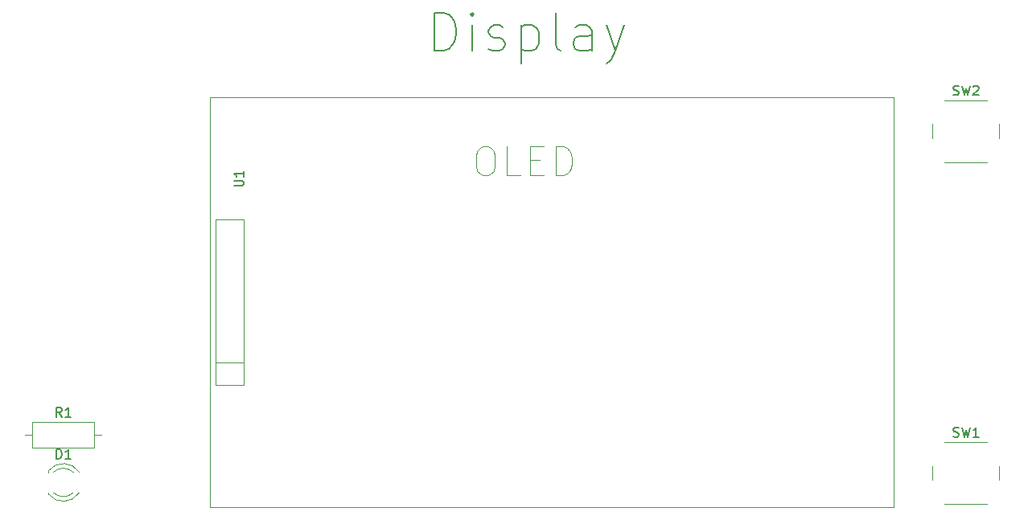
<source format=gbr>
%TF.GenerationSoftware,KiCad,Pcbnew,9.0.3*%
%TF.CreationDate,2025-08-15T10:31:11+02:00*%
%TF.ProjectId,Displaypanel,44697370-6c61-4797-9061-6e656c2e6b69,rev?*%
%TF.SameCoordinates,Original*%
%TF.FileFunction,Legend,Top*%
%TF.FilePolarity,Positive*%
%FSLAX46Y46*%
G04 Gerber Fmt 4.6, Leading zero omitted, Abs format (unit mm)*
G04 Created by KiCad (PCBNEW 9.0.3) date 2025-08-15 10:31:11*
%MOMM*%
%LPD*%
G01*
G04 APERTURE LIST*
%ADD10C,0.150000*%
%ADD11C,0.100000*%
%ADD12C,0.120000*%
G04 APERTURE END LIST*
D10*
X135051064Y-66502676D02*
X135051064Y-62502676D01*
X135051064Y-62502676D02*
X136003445Y-62502676D01*
X136003445Y-62502676D02*
X136574874Y-62693152D01*
X136574874Y-62693152D02*
X136955826Y-63074104D01*
X136955826Y-63074104D02*
X137146303Y-63455057D01*
X137146303Y-63455057D02*
X137336779Y-64216961D01*
X137336779Y-64216961D02*
X137336779Y-64788390D01*
X137336779Y-64788390D02*
X137146303Y-65550295D01*
X137146303Y-65550295D02*
X136955826Y-65931247D01*
X136955826Y-65931247D02*
X136574874Y-66312200D01*
X136574874Y-66312200D02*
X136003445Y-66502676D01*
X136003445Y-66502676D02*
X135051064Y-66502676D01*
X139051064Y-66502676D02*
X139051064Y-63836009D01*
X139051064Y-62502676D02*
X138860588Y-62693152D01*
X138860588Y-62693152D02*
X139051064Y-62883628D01*
X139051064Y-62883628D02*
X139241541Y-62693152D01*
X139241541Y-62693152D02*
X139051064Y-62502676D01*
X139051064Y-62502676D02*
X139051064Y-62883628D01*
X140765350Y-66312200D02*
X141146303Y-66502676D01*
X141146303Y-66502676D02*
X141908207Y-66502676D01*
X141908207Y-66502676D02*
X142289160Y-66312200D01*
X142289160Y-66312200D02*
X142479636Y-65931247D01*
X142479636Y-65931247D02*
X142479636Y-65740771D01*
X142479636Y-65740771D02*
X142289160Y-65359819D01*
X142289160Y-65359819D02*
X141908207Y-65169342D01*
X141908207Y-65169342D02*
X141336779Y-65169342D01*
X141336779Y-65169342D02*
X140955826Y-64978866D01*
X140955826Y-64978866D02*
X140765350Y-64597914D01*
X140765350Y-64597914D02*
X140765350Y-64407438D01*
X140765350Y-64407438D02*
X140955826Y-64026485D01*
X140955826Y-64026485D02*
X141336779Y-63836009D01*
X141336779Y-63836009D02*
X141908207Y-63836009D01*
X141908207Y-63836009D02*
X142289160Y-64026485D01*
X144193921Y-63836009D02*
X144193921Y-67836009D01*
X144193921Y-64026485D02*
X144574874Y-63836009D01*
X144574874Y-63836009D02*
X145336779Y-63836009D01*
X145336779Y-63836009D02*
X145717731Y-64026485D01*
X145717731Y-64026485D02*
X145908207Y-64216961D01*
X145908207Y-64216961D02*
X146098683Y-64597914D01*
X146098683Y-64597914D02*
X146098683Y-65740771D01*
X146098683Y-65740771D02*
X145908207Y-66121723D01*
X145908207Y-66121723D02*
X145717731Y-66312200D01*
X145717731Y-66312200D02*
X145336779Y-66502676D01*
X145336779Y-66502676D02*
X144574874Y-66502676D01*
X144574874Y-66502676D02*
X144193921Y-66312200D01*
X148384398Y-66502676D02*
X148003446Y-66312200D01*
X148003446Y-66312200D02*
X147812969Y-65931247D01*
X147812969Y-65931247D02*
X147812969Y-62502676D01*
X151622493Y-66502676D02*
X151622493Y-64407438D01*
X151622493Y-64407438D02*
X151432017Y-64026485D01*
X151432017Y-64026485D02*
X151051065Y-63836009D01*
X151051065Y-63836009D02*
X150289160Y-63836009D01*
X150289160Y-63836009D02*
X149908207Y-64026485D01*
X151622493Y-66312200D02*
X151241541Y-66502676D01*
X151241541Y-66502676D02*
X150289160Y-66502676D01*
X150289160Y-66502676D02*
X149908207Y-66312200D01*
X149908207Y-66312200D02*
X149717731Y-65931247D01*
X149717731Y-65931247D02*
X149717731Y-65550295D01*
X149717731Y-65550295D02*
X149908207Y-65169342D01*
X149908207Y-65169342D02*
X150289160Y-64978866D01*
X150289160Y-64978866D02*
X151241541Y-64978866D01*
X151241541Y-64978866D02*
X151622493Y-64788390D01*
X153146303Y-63836009D02*
X154098684Y-66502676D01*
X155051065Y-63836009D02*
X154098684Y-66502676D01*
X154098684Y-66502676D02*
X153717732Y-67455057D01*
X153717732Y-67455057D02*
X153527255Y-67645533D01*
X153527255Y-67645533D02*
X153146303Y-67836009D01*
X113944819Y-80761904D02*
X114754342Y-80761904D01*
X114754342Y-80761904D02*
X114849580Y-80714285D01*
X114849580Y-80714285D02*
X114897200Y-80666666D01*
X114897200Y-80666666D02*
X114944819Y-80571428D01*
X114944819Y-80571428D02*
X114944819Y-80380952D01*
X114944819Y-80380952D02*
X114897200Y-80285714D01*
X114897200Y-80285714D02*
X114849580Y-80238095D01*
X114849580Y-80238095D02*
X114754342Y-80190476D01*
X114754342Y-80190476D02*
X113944819Y-80190476D01*
X114944819Y-79190476D02*
X114944819Y-79761904D01*
X114944819Y-79476190D02*
X113944819Y-79476190D01*
X113944819Y-79476190D02*
X114087676Y-79571428D01*
X114087676Y-79571428D02*
X114182914Y-79666666D01*
X114182914Y-79666666D02*
X114230533Y-79761904D01*
D11*
X140141503Y-76627657D02*
X140712931Y-76627657D01*
X140712931Y-76627657D02*
X140998646Y-76770514D01*
X140998646Y-76770514D02*
X141284360Y-77056228D01*
X141284360Y-77056228D02*
X141427217Y-77627657D01*
X141427217Y-77627657D02*
X141427217Y-78627657D01*
X141427217Y-78627657D02*
X141284360Y-79199085D01*
X141284360Y-79199085D02*
X140998646Y-79484800D01*
X140998646Y-79484800D02*
X140712931Y-79627657D01*
X140712931Y-79627657D02*
X140141503Y-79627657D01*
X140141503Y-79627657D02*
X139855789Y-79484800D01*
X139855789Y-79484800D02*
X139570074Y-79199085D01*
X139570074Y-79199085D02*
X139427217Y-78627657D01*
X139427217Y-78627657D02*
X139427217Y-77627657D01*
X139427217Y-77627657D02*
X139570074Y-77056228D01*
X139570074Y-77056228D02*
X139855789Y-76770514D01*
X139855789Y-76770514D02*
X140141503Y-76627657D01*
X144141503Y-79627657D02*
X142712931Y-79627657D01*
X142712931Y-79627657D02*
X142712931Y-76627657D01*
X145141502Y-78056228D02*
X146141502Y-78056228D01*
X146570074Y-79627657D02*
X145141502Y-79627657D01*
X145141502Y-79627657D02*
X145141502Y-76627657D01*
X145141502Y-76627657D02*
X146570074Y-76627657D01*
X147855788Y-79627657D02*
X147855788Y-76627657D01*
X147855788Y-76627657D02*
X148570074Y-76627657D01*
X148570074Y-76627657D02*
X148998645Y-76770514D01*
X148998645Y-76770514D02*
X149284360Y-77056228D01*
X149284360Y-77056228D02*
X149427217Y-77341942D01*
X149427217Y-77341942D02*
X149570074Y-77913371D01*
X149570074Y-77913371D02*
X149570074Y-78341942D01*
X149570074Y-78341942D02*
X149427217Y-78913371D01*
X149427217Y-78913371D02*
X149284360Y-79199085D01*
X149284360Y-79199085D02*
X148998645Y-79484800D01*
X148998645Y-79484800D02*
X148570074Y-79627657D01*
X148570074Y-79627657D02*
X147855788Y-79627657D01*
D10*
X95261905Y-109494819D02*
X95261905Y-108494819D01*
X95261905Y-108494819D02*
X95500000Y-108494819D01*
X95500000Y-108494819D02*
X95642857Y-108542438D01*
X95642857Y-108542438D02*
X95738095Y-108637676D01*
X95738095Y-108637676D02*
X95785714Y-108732914D01*
X95785714Y-108732914D02*
X95833333Y-108923390D01*
X95833333Y-108923390D02*
X95833333Y-109066247D01*
X95833333Y-109066247D02*
X95785714Y-109256723D01*
X95785714Y-109256723D02*
X95738095Y-109351961D01*
X95738095Y-109351961D02*
X95642857Y-109447200D01*
X95642857Y-109447200D02*
X95500000Y-109494819D01*
X95500000Y-109494819D02*
X95261905Y-109494819D01*
X96785714Y-109494819D02*
X96214286Y-109494819D01*
X96500000Y-109494819D02*
X96500000Y-108494819D01*
X96500000Y-108494819D02*
X96404762Y-108637676D01*
X96404762Y-108637676D02*
X96309524Y-108732914D01*
X96309524Y-108732914D02*
X96214286Y-108780533D01*
X189666667Y-71157200D02*
X189809524Y-71204819D01*
X189809524Y-71204819D02*
X190047619Y-71204819D01*
X190047619Y-71204819D02*
X190142857Y-71157200D01*
X190142857Y-71157200D02*
X190190476Y-71109580D01*
X190190476Y-71109580D02*
X190238095Y-71014342D01*
X190238095Y-71014342D02*
X190238095Y-70919104D01*
X190238095Y-70919104D02*
X190190476Y-70823866D01*
X190190476Y-70823866D02*
X190142857Y-70776247D01*
X190142857Y-70776247D02*
X190047619Y-70728628D01*
X190047619Y-70728628D02*
X189857143Y-70681009D01*
X189857143Y-70681009D02*
X189761905Y-70633390D01*
X189761905Y-70633390D02*
X189714286Y-70585771D01*
X189714286Y-70585771D02*
X189666667Y-70490533D01*
X189666667Y-70490533D02*
X189666667Y-70395295D01*
X189666667Y-70395295D02*
X189714286Y-70300057D01*
X189714286Y-70300057D02*
X189761905Y-70252438D01*
X189761905Y-70252438D02*
X189857143Y-70204819D01*
X189857143Y-70204819D02*
X190095238Y-70204819D01*
X190095238Y-70204819D02*
X190238095Y-70252438D01*
X190571429Y-70204819D02*
X190809524Y-71204819D01*
X190809524Y-71204819D02*
X191000000Y-70490533D01*
X191000000Y-70490533D02*
X191190476Y-71204819D01*
X191190476Y-71204819D02*
X191428572Y-70204819D01*
X191761905Y-70300057D02*
X191809524Y-70252438D01*
X191809524Y-70252438D02*
X191904762Y-70204819D01*
X191904762Y-70204819D02*
X192142857Y-70204819D01*
X192142857Y-70204819D02*
X192238095Y-70252438D01*
X192238095Y-70252438D02*
X192285714Y-70300057D01*
X192285714Y-70300057D02*
X192333333Y-70395295D01*
X192333333Y-70395295D02*
X192333333Y-70490533D01*
X192333333Y-70490533D02*
X192285714Y-70633390D01*
X192285714Y-70633390D02*
X191714286Y-71204819D01*
X191714286Y-71204819D02*
X192333333Y-71204819D01*
X189666667Y-107157200D02*
X189809524Y-107204819D01*
X189809524Y-107204819D02*
X190047619Y-107204819D01*
X190047619Y-107204819D02*
X190142857Y-107157200D01*
X190142857Y-107157200D02*
X190190476Y-107109580D01*
X190190476Y-107109580D02*
X190238095Y-107014342D01*
X190238095Y-107014342D02*
X190238095Y-106919104D01*
X190238095Y-106919104D02*
X190190476Y-106823866D01*
X190190476Y-106823866D02*
X190142857Y-106776247D01*
X190142857Y-106776247D02*
X190047619Y-106728628D01*
X190047619Y-106728628D02*
X189857143Y-106681009D01*
X189857143Y-106681009D02*
X189761905Y-106633390D01*
X189761905Y-106633390D02*
X189714286Y-106585771D01*
X189714286Y-106585771D02*
X189666667Y-106490533D01*
X189666667Y-106490533D02*
X189666667Y-106395295D01*
X189666667Y-106395295D02*
X189714286Y-106300057D01*
X189714286Y-106300057D02*
X189761905Y-106252438D01*
X189761905Y-106252438D02*
X189857143Y-106204819D01*
X189857143Y-106204819D02*
X190095238Y-106204819D01*
X190095238Y-106204819D02*
X190238095Y-106252438D01*
X190571429Y-106204819D02*
X190809524Y-107204819D01*
X190809524Y-107204819D02*
X191000000Y-106490533D01*
X191000000Y-106490533D02*
X191190476Y-107204819D01*
X191190476Y-107204819D02*
X191428572Y-106204819D01*
X192333333Y-107204819D02*
X191761905Y-107204819D01*
X192047619Y-107204819D02*
X192047619Y-106204819D01*
X192047619Y-106204819D02*
X191952381Y-106347676D01*
X191952381Y-106347676D02*
X191857143Y-106442914D01*
X191857143Y-106442914D02*
X191761905Y-106490533D01*
X95833333Y-105084819D02*
X95500000Y-104608628D01*
X95261905Y-105084819D02*
X95261905Y-104084819D01*
X95261905Y-104084819D02*
X95642857Y-104084819D01*
X95642857Y-104084819D02*
X95738095Y-104132438D01*
X95738095Y-104132438D02*
X95785714Y-104180057D01*
X95785714Y-104180057D02*
X95833333Y-104275295D01*
X95833333Y-104275295D02*
X95833333Y-104418152D01*
X95833333Y-104418152D02*
X95785714Y-104513390D01*
X95785714Y-104513390D02*
X95738095Y-104561009D01*
X95738095Y-104561009D02*
X95642857Y-104608628D01*
X95642857Y-104608628D02*
X95261905Y-104608628D01*
X96785714Y-105084819D02*
X96214286Y-105084819D01*
X96500000Y-105084819D02*
X96500000Y-104084819D01*
X96500000Y-104084819D02*
X96404762Y-104227676D01*
X96404762Y-104227676D02*
X96309524Y-104322914D01*
X96309524Y-104322914D02*
X96214286Y-104370533D01*
D12*
%TO.C,U1*%
X111990000Y-84280000D02*
X114990000Y-84280000D01*
X111990000Y-99350000D02*
X114990000Y-99350000D01*
X111990000Y-101720000D02*
X111990000Y-84280000D01*
X114990000Y-84280000D02*
X114990000Y-101720000D01*
X114990000Y-101720000D02*
X111990000Y-101720000D01*
D11*
X111390000Y-71400000D02*
X183390000Y-71400000D01*
X183390000Y-114600000D01*
X111390000Y-114600000D01*
X111390000Y-71400000D01*
D12*
%TO.C,D1*%
X94440000Y-110764000D02*
X94440000Y-110920000D01*
X94440000Y-113080000D02*
X94440000Y-113236000D01*
X94440000Y-110764484D02*
G75*
G02*
X97671397Y-110919939I1560000J-1235516D01*
G01*
X94959039Y-110920000D02*
G75*
G02*
X97040910Y-110919951I1040961J-1080000D01*
G01*
X97040910Y-113080049D02*
G75*
G02*
X94959039Y-113080000I-1040910J1080049D01*
G01*
X97671397Y-113080061D02*
G75*
G02*
X94440000Y-113235516I-1671397J1080061D01*
G01*
%TO.C,SW2*%
X187500000Y-74250000D02*
X187500000Y-75750000D01*
X188750000Y-78250000D02*
X193250000Y-78250000D01*
X193250000Y-71750000D02*
X188750000Y-71750000D01*
X194500000Y-75750000D02*
X194500000Y-74250000D01*
%TO.C,SW1*%
X187500000Y-110250000D02*
X187500000Y-111750000D01*
X188750000Y-114250000D02*
X193250000Y-114250000D01*
X193250000Y-107750000D02*
X188750000Y-107750000D01*
X194500000Y-111750000D02*
X194500000Y-110250000D01*
%TO.C,R1*%
X91960000Y-107000000D02*
X92730000Y-107000000D01*
X92730000Y-105630000D02*
X92730000Y-108370000D01*
X92730000Y-108370000D02*
X99270000Y-108370000D01*
X99270000Y-105630000D02*
X92730000Y-105630000D01*
X99270000Y-108370000D02*
X99270000Y-105630000D01*
X100040000Y-107000000D02*
X99270000Y-107000000D01*
%TD*%
M02*

</source>
